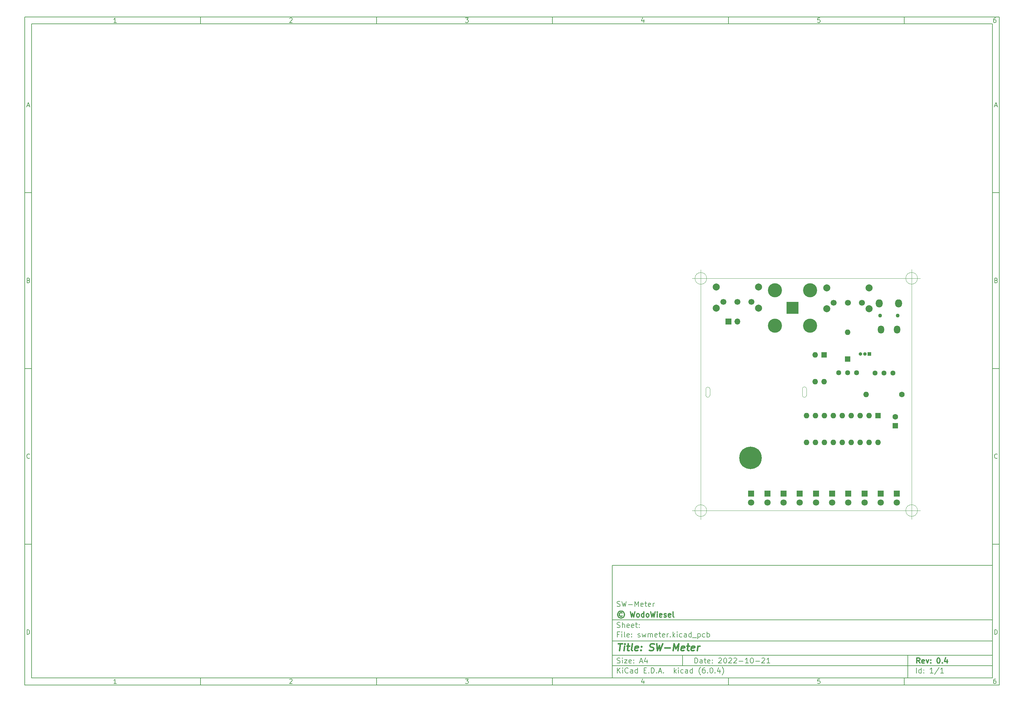
<source format=gbr>
%TF.GenerationSoftware,KiCad,Pcbnew,(6.0.4)*%
%TF.CreationDate,2022-12-16T22:00:08+01:00*%
%TF.ProjectId,swmeter,73776d65-7465-4722-9e6b-696361645f70,0.4*%
%TF.SameCoordinates,PXc0c6960PY8f71310*%
%TF.FileFunction,Soldermask,Top*%
%TF.FilePolarity,Negative*%
%FSLAX46Y46*%
G04 Gerber Fmt 4.6, Leading zero omitted, Abs format (unit mm)*
G04 Created by KiCad (PCBNEW (6.0.4)) date 2022-12-16 22:00:08*
%MOMM*%
%LPD*%
G01*
G04 APERTURE LIST*
%ADD10C,0.100000*%
%ADD11C,0.150000*%
%ADD12C,0.300000*%
%ADD13C,0.400000*%
%TA.AperFunction,Profile*%
%ADD14C,0.100000*%
%TD*%
%ADD15C,2.000000*%
%ADD16C,1.700000*%
%ADD17R,1.800000X1.800000*%
%ADD18C,1.800000*%
%ADD19C,1.100000*%
%ADD20O,1.800000X2.300000*%
%ADD21O,2.000000X2.300000*%
%ADD22C,1.440000*%
%ADD23R,1.000000X1.000000*%
%ADD24O,1.000000X1.000000*%
%ADD25C,0.800000*%
%ADD26C,6.400000*%
%ADD27R,1.600000X1.600000*%
%ADD28O,1.600000X1.600000*%
%ADD29C,1.600000*%
%ADD30R,3.500000X3.500000*%
%ADD31C,4.000000*%
%ADD32R,1.700000X1.700000*%
%ADD33O,1.700000X1.700000*%
G04 APERTURE END LIST*
D10*
D11*
X-25137800Y-15597200D02*
X-25137800Y-47597200D01*
X82862200Y-47597200D01*
X82862200Y-15597200D01*
X-25137800Y-15597200D01*
D10*
D11*
X-192140000Y140410000D02*
X-192140000Y-49597200D01*
X84862200Y-49597200D01*
X84862200Y140410000D01*
X-192140000Y140410000D01*
D10*
D11*
X-190140000Y138410000D02*
X-190140000Y-47597200D01*
X82862200Y-47597200D01*
X82862200Y138410000D01*
X-190140000Y138410000D01*
D10*
D11*
X-142140000Y138410000D02*
X-142140000Y140410000D01*
D10*
D11*
X-92140000Y138410000D02*
X-92140000Y140410000D01*
D10*
D11*
X-42140000Y138410000D02*
X-42140000Y140410000D01*
D10*
D11*
X7860000Y138410000D02*
X7860000Y140410000D01*
D10*
D11*
X57860000Y138410000D02*
X57860000Y140410000D01*
D10*
D11*
X-166074524Y138821905D02*
X-166817381Y138821905D01*
X-166445953Y138821905D02*
X-166445953Y140121905D01*
X-166569762Y139936191D01*
X-166693572Y139812381D01*
X-166817381Y139750477D01*
D10*
D11*
X-116817381Y139998096D02*
X-116755477Y140060000D01*
X-116631667Y140121905D01*
X-116322143Y140121905D01*
X-116198334Y140060000D01*
X-116136429Y139998096D01*
X-116074524Y139874286D01*
X-116074524Y139750477D01*
X-116136429Y139564762D01*
X-116879286Y138821905D01*
X-116074524Y138821905D01*
D10*
D11*
X-66879286Y140121905D02*
X-66074524Y140121905D01*
X-66507858Y139626667D01*
X-66322143Y139626667D01*
X-66198334Y139564762D01*
X-66136429Y139502858D01*
X-66074524Y139379048D01*
X-66074524Y139069524D01*
X-66136429Y138945715D01*
X-66198334Y138883810D01*
X-66322143Y138821905D01*
X-66693572Y138821905D01*
X-66817381Y138883810D01*
X-66879286Y138945715D01*
D10*
D11*
X-16198334Y139688572D02*
X-16198334Y138821905D01*
X-16507858Y140183810D02*
X-16817381Y139255239D01*
X-16012620Y139255239D01*
D10*
D11*
X33863571Y140121905D02*
X33244523Y140121905D01*
X33182619Y139502858D01*
X33244523Y139564762D01*
X33368333Y139626667D01*
X33677857Y139626667D01*
X33801666Y139564762D01*
X33863571Y139502858D01*
X33925476Y139379048D01*
X33925476Y139069524D01*
X33863571Y138945715D01*
X33801666Y138883810D01*
X33677857Y138821905D01*
X33368333Y138821905D01*
X33244523Y138883810D01*
X33182619Y138945715D01*
D10*
D11*
X83801666Y140121905D02*
X83554047Y140121905D01*
X83430238Y140060000D01*
X83368333Y139998096D01*
X83244523Y139812381D01*
X83182619Y139564762D01*
X83182619Y139069524D01*
X83244523Y138945715D01*
X83306428Y138883810D01*
X83430238Y138821905D01*
X83677857Y138821905D01*
X83801666Y138883810D01*
X83863571Y138945715D01*
X83925476Y139069524D01*
X83925476Y139379048D01*
X83863571Y139502858D01*
X83801666Y139564762D01*
X83677857Y139626667D01*
X83430238Y139626667D01*
X83306428Y139564762D01*
X83244523Y139502858D01*
X83182619Y139379048D01*
D10*
D11*
X-142140000Y-47597200D02*
X-142140000Y-49597200D01*
D10*
D11*
X-92140000Y-47597200D02*
X-92140000Y-49597200D01*
D10*
D11*
X-42140000Y-47597200D02*
X-42140000Y-49597200D01*
D10*
D11*
X7860000Y-47597200D02*
X7860000Y-49597200D01*
D10*
D11*
X57860000Y-47597200D02*
X57860000Y-49597200D01*
D10*
D11*
X-166074524Y-49185295D02*
X-166817381Y-49185295D01*
X-166445953Y-49185295D02*
X-166445953Y-47885295D01*
X-166569762Y-48071009D01*
X-166693572Y-48194819D01*
X-166817381Y-48256723D01*
D10*
D11*
X-116817381Y-48009104D02*
X-116755477Y-47947200D01*
X-116631667Y-47885295D01*
X-116322143Y-47885295D01*
X-116198334Y-47947200D01*
X-116136429Y-48009104D01*
X-116074524Y-48132914D01*
X-116074524Y-48256723D01*
X-116136429Y-48442438D01*
X-116879286Y-49185295D01*
X-116074524Y-49185295D01*
D10*
D11*
X-66879286Y-47885295D02*
X-66074524Y-47885295D01*
X-66507858Y-48380533D01*
X-66322143Y-48380533D01*
X-66198334Y-48442438D01*
X-66136429Y-48504342D01*
X-66074524Y-48628152D01*
X-66074524Y-48937676D01*
X-66136429Y-49061485D01*
X-66198334Y-49123390D01*
X-66322143Y-49185295D01*
X-66693572Y-49185295D01*
X-66817381Y-49123390D01*
X-66879286Y-49061485D01*
D10*
D11*
X-16198334Y-48318628D02*
X-16198334Y-49185295D01*
X-16507858Y-47823390D02*
X-16817381Y-48751961D01*
X-16012620Y-48751961D01*
D10*
D11*
X33863571Y-47885295D02*
X33244523Y-47885295D01*
X33182619Y-48504342D01*
X33244523Y-48442438D01*
X33368333Y-48380533D01*
X33677857Y-48380533D01*
X33801666Y-48442438D01*
X33863571Y-48504342D01*
X33925476Y-48628152D01*
X33925476Y-48937676D01*
X33863571Y-49061485D01*
X33801666Y-49123390D01*
X33677857Y-49185295D01*
X33368333Y-49185295D01*
X33244523Y-49123390D01*
X33182619Y-49061485D01*
D10*
D11*
X83801666Y-47885295D02*
X83554047Y-47885295D01*
X83430238Y-47947200D01*
X83368333Y-48009104D01*
X83244523Y-48194819D01*
X83182619Y-48442438D01*
X83182619Y-48937676D01*
X83244523Y-49061485D01*
X83306428Y-49123390D01*
X83430238Y-49185295D01*
X83677857Y-49185295D01*
X83801666Y-49123390D01*
X83863571Y-49061485D01*
X83925476Y-48937676D01*
X83925476Y-48628152D01*
X83863571Y-48504342D01*
X83801666Y-48442438D01*
X83677857Y-48380533D01*
X83430238Y-48380533D01*
X83306428Y-48442438D01*
X83244523Y-48504342D01*
X83182619Y-48628152D01*
D10*
D11*
X-192140000Y90410000D02*
X-190140000Y90410000D01*
D10*
D11*
X-192140000Y40410000D02*
X-190140000Y40410000D01*
D10*
D11*
X-192140000Y-9590000D02*
X-190140000Y-9590000D01*
D10*
D11*
X-191449524Y115193334D02*
X-190830477Y115193334D01*
X-191573334Y114821905D02*
X-191140000Y116121905D01*
X-190706667Y114821905D01*
D10*
D11*
X-191047143Y65502858D02*
X-190861429Y65440953D01*
X-190799524Y65379048D01*
X-190737620Y65255239D01*
X-190737620Y65069524D01*
X-190799524Y64945715D01*
X-190861429Y64883810D01*
X-190985239Y64821905D01*
X-191480477Y64821905D01*
X-191480477Y66121905D01*
X-191047143Y66121905D01*
X-190923334Y66060000D01*
X-190861429Y65998096D01*
X-190799524Y65874286D01*
X-190799524Y65750477D01*
X-190861429Y65626667D01*
X-190923334Y65564762D01*
X-191047143Y65502858D01*
X-191480477Y65502858D01*
D10*
D11*
X-190737620Y14945715D02*
X-190799524Y14883810D01*
X-190985239Y14821905D01*
X-191109048Y14821905D01*
X-191294762Y14883810D01*
X-191418572Y15007620D01*
X-191480477Y15131429D01*
X-191542381Y15379048D01*
X-191542381Y15564762D01*
X-191480477Y15812381D01*
X-191418572Y15936191D01*
X-191294762Y16060000D01*
X-191109048Y16121905D01*
X-190985239Y16121905D01*
X-190799524Y16060000D01*
X-190737620Y15998096D01*
D10*
D11*
X-191480477Y-35178095D02*
X-191480477Y-33878095D01*
X-191170953Y-33878095D01*
X-190985239Y-33940000D01*
X-190861429Y-34063809D01*
X-190799524Y-34187619D01*
X-190737620Y-34435238D01*
X-190737620Y-34620952D01*
X-190799524Y-34868571D01*
X-190861429Y-34992380D01*
X-190985239Y-35116190D01*
X-191170953Y-35178095D01*
X-191480477Y-35178095D01*
D10*
D11*
X84862200Y90410000D02*
X82862200Y90410000D01*
D10*
D11*
X84862200Y40410000D02*
X82862200Y40410000D01*
D10*
D11*
X84862200Y-9590000D02*
X82862200Y-9590000D01*
D10*
D11*
X83552676Y115193334D02*
X84171723Y115193334D01*
X83428866Y114821905D02*
X83862200Y116121905D01*
X84295533Y114821905D01*
D10*
D11*
X83955057Y65502858D02*
X84140771Y65440953D01*
X84202676Y65379048D01*
X84264580Y65255239D01*
X84264580Y65069524D01*
X84202676Y64945715D01*
X84140771Y64883810D01*
X84016961Y64821905D01*
X83521723Y64821905D01*
X83521723Y66121905D01*
X83955057Y66121905D01*
X84078866Y66060000D01*
X84140771Y65998096D01*
X84202676Y65874286D01*
X84202676Y65750477D01*
X84140771Y65626667D01*
X84078866Y65564762D01*
X83955057Y65502858D01*
X83521723Y65502858D01*
D10*
D11*
X84264580Y14945715D02*
X84202676Y14883810D01*
X84016961Y14821905D01*
X83893152Y14821905D01*
X83707438Y14883810D01*
X83583628Y15007620D01*
X83521723Y15131429D01*
X83459819Y15379048D01*
X83459819Y15564762D01*
X83521723Y15812381D01*
X83583628Y15936191D01*
X83707438Y16060000D01*
X83893152Y16121905D01*
X84016961Y16121905D01*
X84202676Y16060000D01*
X84264580Y15998096D01*
D10*
D11*
X83521723Y-35178095D02*
X83521723Y-33878095D01*
X83831247Y-33878095D01*
X84016961Y-33940000D01*
X84140771Y-34063809D01*
X84202676Y-34187619D01*
X84264580Y-34435238D01*
X84264580Y-34620952D01*
X84202676Y-34868571D01*
X84140771Y-34992380D01*
X84016961Y-35116190D01*
X83831247Y-35178095D01*
X83521723Y-35178095D01*
D10*
D11*
X-1705658Y-43375771D02*
X-1705658Y-41875771D01*
X-1348515Y-41875771D01*
X-1134229Y-41947200D01*
X-991372Y-42090057D01*
X-919943Y-42232914D01*
X-848515Y-42518628D01*
X-848515Y-42732914D01*
X-919943Y-43018628D01*
X-991372Y-43161485D01*
X-1134229Y-43304342D01*
X-1348515Y-43375771D01*
X-1705658Y-43375771D01*
X437200Y-43375771D02*
X437200Y-42590057D01*
X365771Y-42447200D01*
X222914Y-42375771D01*
X-62800Y-42375771D01*
X-205658Y-42447200D01*
X437200Y-43304342D02*
X294342Y-43375771D01*
X-62800Y-43375771D01*
X-205658Y-43304342D01*
X-277086Y-43161485D01*
X-277086Y-43018628D01*
X-205658Y-42875771D01*
X-62800Y-42804342D01*
X294342Y-42804342D01*
X437200Y-42732914D01*
X937200Y-42375771D02*
X1508628Y-42375771D01*
X1151485Y-41875771D02*
X1151485Y-43161485D01*
X1222914Y-43304342D01*
X1365771Y-43375771D01*
X1508628Y-43375771D01*
X2580057Y-43304342D02*
X2437200Y-43375771D01*
X2151485Y-43375771D01*
X2008628Y-43304342D01*
X1937200Y-43161485D01*
X1937200Y-42590057D01*
X2008628Y-42447200D01*
X2151485Y-42375771D01*
X2437200Y-42375771D01*
X2580057Y-42447200D01*
X2651485Y-42590057D01*
X2651485Y-42732914D01*
X1937200Y-42875771D01*
X3294342Y-43232914D02*
X3365771Y-43304342D01*
X3294342Y-43375771D01*
X3222914Y-43304342D01*
X3294342Y-43232914D01*
X3294342Y-43375771D01*
X3294342Y-42447200D02*
X3365771Y-42518628D01*
X3294342Y-42590057D01*
X3222914Y-42518628D01*
X3294342Y-42447200D01*
X3294342Y-42590057D01*
X5080057Y-42018628D02*
X5151485Y-41947200D01*
X5294342Y-41875771D01*
X5651485Y-41875771D01*
X5794342Y-41947200D01*
X5865771Y-42018628D01*
X5937200Y-42161485D01*
X5937200Y-42304342D01*
X5865771Y-42518628D01*
X5008628Y-43375771D01*
X5937200Y-43375771D01*
X6865771Y-41875771D02*
X7008628Y-41875771D01*
X7151485Y-41947200D01*
X7222914Y-42018628D01*
X7294342Y-42161485D01*
X7365771Y-42447200D01*
X7365771Y-42804342D01*
X7294342Y-43090057D01*
X7222914Y-43232914D01*
X7151485Y-43304342D01*
X7008628Y-43375771D01*
X6865771Y-43375771D01*
X6722914Y-43304342D01*
X6651485Y-43232914D01*
X6580057Y-43090057D01*
X6508628Y-42804342D01*
X6508628Y-42447200D01*
X6580057Y-42161485D01*
X6651485Y-42018628D01*
X6722914Y-41947200D01*
X6865771Y-41875771D01*
X7937200Y-42018628D02*
X8008628Y-41947200D01*
X8151485Y-41875771D01*
X8508628Y-41875771D01*
X8651485Y-41947200D01*
X8722914Y-42018628D01*
X8794342Y-42161485D01*
X8794342Y-42304342D01*
X8722914Y-42518628D01*
X7865771Y-43375771D01*
X8794342Y-43375771D01*
X9365771Y-42018628D02*
X9437200Y-41947200D01*
X9580057Y-41875771D01*
X9937200Y-41875771D01*
X10080057Y-41947200D01*
X10151485Y-42018628D01*
X10222914Y-42161485D01*
X10222914Y-42304342D01*
X10151485Y-42518628D01*
X9294342Y-43375771D01*
X10222914Y-43375771D01*
X10865771Y-42804342D02*
X12008628Y-42804342D01*
X13508628Y-43375771D02*
X12651485Y-43375771D01*
X13080057Y-43375771D02*
X13080057Y-41875771D01*
X12937200Y-42090057D01*
X12794342Y-42232914D01*
X12651485Y-42304342D01*
X14437200Y-41875771D02*
X14580057Y-41875771D01*
X14722914Y-41947200D01*
X14794342Y-42018628D01*
X14865771Y-42161485D01*
X14937200Y-42447200D01*
X14937200Y-42804342D01*
X14865771Y-43090057D01*
X14794342Y-43232914D01*
X14722914Y-43304342D01*
X14580057Y-43375771D01*
X14437200Y-43375771D01*
X14294342Y-43304342D01*
X14222914Y-43232914D01*
X14151485Y-43090057D01*
X14080057Y-42804342D01*
X14080057Y-42447200D01*
X14151485Y-42161485D01*
X14222914Y-42018628D01*
X14294342Y-41947200D01*
X14437200Y-41875771D01*
X15580057Y-42804342D02*
X16722914Y-42804342D01*
X17365771Y-42018628D02*
X17437200Y-41947200D01*
X17580057Y-41875771D01*
X17937200Y-41875771D01*
X18080057Y-41947200D01*
X18151485Y-42018628D01*
X18222914Y-42161485D01*
X18222914Y-42304342D01*
X18151485Y-42518628D01*
X17294342Y-43375771D01*
X18222914Y-43375771D01*
X19651485Y-43375771D02*
X18794342Y-43375771D01*
X19222914Y-43375771D02*
X19222914Y-41875771D01*
X19080057Y-42090057D01*
X18937200Y-42232914D01*
X18794342Y-42304342D01*
D10*
D11*
X-25137800Y-44097200D02*
X82862200Y-44097200D01*
D10*
D11*
X-23705658Y-46175771D02*
X-23705658Y-44675771D01*
X-22848515Y-46175771D02*
X-23491372Y-45318628D01*
X-22848515Y-44675771D02*
X-23705658Y-45532914D01*
X-22205658Y-46175771D02*
X-22205658Y-45175771D01*
X-22205658Y-44675771D02*
X-22277086Y-44747200D01*
X-22205658Y-44818628D01*
X-22134229Y-44747200D01*
X-22205658Y-44675771D01*
X-22205658Y-44818628D01*
X-20634229Y-46032914D02*
X-20705658Y-46104342D01*
X-20919943Y-46175771D01*
X-21062800Y-46175771D01*
X-21277086Y-46104342D01*
X-21419943Y-45961485D01*
X-21491372Y-45818628D01*
X-21562800Y-45532914D01*
X-21562800Y-45318628D01*
X-21491372Y-45032914D01*
X-21419943Y-44890057D01*
X-21277086Y-44747200D01*
X-21062800Y-44675771D01*
X-20919943Y-44675771D01*
X-20705658Y-44747200D01*
X-20634229Y-44818628D01*
X-19348515Y-46175771D02*
X-19348515Y-45390057D01*
X-19419943Y-45247200D01*
X-19562800Y-45175771D01*
X-19848515Y-45175771D01*
X-19991372Y-45247200D01*
X-19348515Y-46104342D02*
X-19491372Y-46175771D01*
X-19848515Y-46175771D01*
X-19991372Y-46104342D01*
X-20062800Y-45961485D01*
X-20062800Y-45818628D01*
X-19991372Y-45675771D01*
X-19848515Y-45604342D01*
X-19491372Y-45604342D01*
X-19348515Y-45532914D01*
X-17991372Y-46175771D02*
X-17991372Y-44675771D01*
X-17991372Y-46104342D02*
X-18134229Y-46175771D01*
X-18419943Y-46175771D01*
X-18562800Y-46104342D01*
X-18634229Y-46032914D01*
X-18705658Y-45890057D01*
X-18705658Y-45461485D01*
X-18634229Y-45318628D01*
X-18562800Y-45247200D01*
X-18419943Y-45175771D01*
X-18134229Y-45175771D01*
X-17991372Y-45247200D01*
X-16134229Y-45390057D02*
X-15634229Y-45390057D01*
X-15419943Y-46175771D02*
X-16134229Y-46175771D01*
X-16134229Y-44675771D01*
X-15419943Y-44675771D01*
X-14777086Y-46032914D02*
X-14705658Y-46104342D01*
X-14777086Y-46175771D01*
X-14848515Y-46104342D01*
X-14777086Y-46032914D01*
X-14777086Y-46175771D01*
X-14062800Y-46175771D02*
X-14062800Y-44675771D01*
X-13705658Y-44675771D01*
X-13491372Y-44747200D01*
X-13348515Y-44890057D01*
X-13277086Y-45032914D01*
X-13205658Y-45318628D01*
X-13205658Y-45532914D01*
X-13277086Y-45818628D01*
X-13348515Y-45961485D01*
X-13491372Y-46104342D01*
X-13705658Y-46175771D01*
X-14062800Y-46175771D01*
X-12562800Y-46032914D02*
X-12491372Y-46104342D01*
X-12562800Y-46175771D01*
X-12634229Y-46104342D01*
X-12562800Y-46032914D01*
X-12562800Y-46175771D01*
X-11919943Y-45747200D02*
X-11205658Y-45747200D01*
X-12062800Y-46175771D02*
X-11562800Y-44675771D01*
X-11062800Y-46175771D01*
X-10562800Y-46032914D02*
X-10491372Y-46104342D01*
X-10562800Y-46175771D01*
X-10634229Y-46104342D01*
X-10562800Y-46032914D01*
X-10562800Y-46175771D01*
X-7562800Y-46175771D02*
X-7562800Y-44675771D01*
X-7419943Y-45604342D02*
X-6991372Y-46175771D01*
X-6991372Y-45175771D02*
X-7562800Y-45747200D01*
X-6348515Y-46175771D02*
X-6348515Y-45175771D01*
X-6348515Y-44675771D02*
X-6419943Y-44747200D01*
X-6348515Y-44818628D01*
X-6277086Y-44747200D01*
X-6348515Y-44675771D01*
X-6348515Y-44818628D01*
X-4991372Y-46104342D02*
X-5134229Y-46175771D01*
X-5419943Y-46175771D01*
X-5562800Y-46104342D01*
X-5634229Y-46032914D01*
X-5705658Y-45890057D01*
X-5705658Y-45461485D01*
X-5634229Y-45318628D01*
X-5562800Y-45247200D01*
X-5419943Y-45175771D01*
X-5134229Y-45175771D01*
X-4991372Y-45247200D01*
X-3705658Y-46175771D02*
X-3705658Y-45390057D01*
X-3777086Y-45247200D01*
X-3919943Y-45175771D01*
X-4205658Y-45175771D01*
X-4348515Y-45247200D01*
X-3705658Y-46104342D02*
X-3848515Y-46175771D01*
X-4205658Y-46175771D01*
X-4348515Y-46104342D01*
X-4419943Y-45961485D01*
X-4419943Y-45818628D01*
X-4348515Y-45675771D01*
X-4205658Y-45604342D01*
X-3848515Y-45604342D01*
X-3705658Y-45532914D01*
X-2348515Y-46175771D02*
X-2348515Y-44675771D01*
X-2348515Y-46104342D02*
X-2491372Y-46175771D01*
X-2777086Y-46175771D01*
X-2919943Y-46104342D01*
X-2991372Y-46032914D01*
X-3062800Y-45890057D01*
X-3062800Y-45461485D01*
X-2991372Y-45318628D01*
X-2919943Y-45247200D01*
X-2777086Y-45175771D01*
X-2491372Y-45175771D01*
X-2348515Y-45247200D01*
X-62800Y-46747200D02*
X-134229Y-46675771D01*
X-277086Y-46461485D01*
X-348515Y-46318628D01*
X-419943Y-46104342D01*
X-491372Y-45747200D01*
X-491372Y-45461485D01*
X-419943Y-45104342D01*
X-348515Y-44890057D01*
X-277086Y-44747200D01*
X-134229Y-44532914D01*
X-62800Y-44461485D01*
X1151485Y-44675771D02*
X865771Y-44675771D01*
X722914Y-44747200D01*
X651485Y-44818628D01*
X508628Y-45032914D01*
X437200Y-45318628D01*
X437200Y-45890057D01*
X508628Y-46032914D01*
X580057Y-46104342D01*
X722914Y-46175771D01*
X1008628Y-46175771D01*
X1151485Y-46104342D01*
X1222914Y-46032914D01*
X1294342Y-45890057D01*
X1294342Y-45532914D01*
X1222914Y-45390057D01*
X1151485Y-45318628D01*
X1008628Y-45247200D01*
X722914Y-45247200D01*
X580057Y-45318628D01*
X508628Y-45390057D01*
X437200Y-45532914D01*
X1937200Y-46032914D02*
X2008628Y-46104342D01*
X1937200Y-46175771D01*
X1865771Y-46104342D01*
X1937200Y-46032914D01*
X1937200Y-46175771D01*
X2937200Y-44675771D02*
X3080057Y-44675771D01*
X3222914Y-44747200D01*
X3294342Y-44818628D01*
X3365771Y-44961485D01*
X3437200Y-45247200D01*
X3437200Y-45604342D01*
X3365771Y-45890057D01*
X3294342Y-46032914D01*
X3222914Y-46104342D01*
X3080057Y-46175771D01*
X2937200Y-46175771D01*
X2794342Y-46104342D01*
X2722914Y-46032914D01*
X2651485Y-45890057D01*
X2580057Y-45604342D01*
X2580057Y-45247200D01*
X2651485Y-44961485D01*
X2722914Y-44818628D01*
X2794342Y-44747200D01*
X2937200Y-44675771D01*
X4080057Y-46032914D02*
X4151485Y-46104342D01*
X4080057Y-46175771D01*
X4008628Y-46104342D01*
X4080057Y-46032914D01*
X4080057Y-46175771D01*
X5437200Y-45175771D02*
X5437200Y-46175771D01*
X5080057Y-44604342D02*
X4722914Y-45675771D01*
X5651485Y-45675771D01*
X6080057Y-46747200D02*
X6151485Y-46675771D01*
X6294342Y-46461485D01*
X6365771Y-46318628D01*
X6437200Y-46104342D01*
X6508628Y-45747200D01*
X6508628Y-45461485D01*
X6437200Y-45104342D01*
X6365771Y-44890057D01*
X6294342Y-44747200D01*
X6151485Y-44532914D01*
X6080057Y-44461485D01*
D10*
D11*
X-25137800Y-41097200D02*
X82862200Y-41097200D01*
D10*
D12*
X62271485Y-43375771D02*
X61771485Y-42661485D01*
X61414342Y-43375771D02*
X61414342Y-41875771D01*
X61985771Y-41875771D01*
X62128628Y-41947200D01*
X62200057Y-42018628D01*
X62271485Y-42161485D01*
X62271485Y-42375771D01*
X62200057Y-42518628D01*
X62128628Y-42590057D01*
X61985771Y-42661485D01*
X61414342Y-42661485D01*
X63485771Y-43304342D02*
X63342914Y-43375771D01*
X63057200Y-43375771D01*
X62914342Y-43304342D01*
X62842914Y-43161485D01*
X62842914Y-42590057D01*
X62914342Y-42447200D01*
X63057200Y-42375771D01*
X63342914Y-42375771D01*
X63485771Y-42447200D01*
X63557200Y-42590057D01*
X63557200Y-42732914D01*
X62842914Y-42875771D01*
X64057200Y-42375771D02*
X64414342Y-43375771D01*
X64771485Y-42375771D01*
X65342914Y-43232914D02*
X65414342Y-43304342D01*
X65342914Y-43375771D01*
X65271485Y-43304342D01*
X65342914Y-43232914D01*
X65342914Y-43375771D01*
X65342914Y-42447200D02*
X65414342Y-42518628D01*
X65342914Y-42590057D01*
X65271485Y-42518628D01*
X65342914Y-42447200D01*
X65342914Y-42590057D01*
X67485771Y-41875771D02*
X67628628Y-41875771D01*
X67771485Y-41947200D01*
X67842914Y-42018628D01*
X67914342Y-42161485D01*
X67985771Y-42447200D01*
X67985771Y-42804342D01*
X67914342Y-43090057D01*
X67842914Y-43232914D01*
X67771485Y-43304342D01*
X67628628Y-43375771D01*
X67485771Y-43375771D01*
X67342914Y-43304342D01*
X67271485Y-43232914D01*
X67200057Y-43090057D01*
X67128628Y-42804342D01*
X67128628Y-42447200D01*
X67200057Y-42161485D01*
X67271485Y-42018628D01*
X67342914Y-41947200D01*
X67485771Y-41875771D01*
X68628628Y-43232914D02*
X68700057Y-43304342D01*
X68628628Y-43375771D01*
X68557200Y-43304342D01*
X68628628Y-43232914D01*
X68628628Y-43375771D01*
X69985771Y-42375771D02*
X69985771Y-43375771D01*
X69628628Y-41804342D02*
X69271485Y-42875771D01*
X70200057Y-42875771D01*
D10*
D11*
X-23777086Y-43304342D02*
X-23562800Y-43375771D01*
X-23205658Y-43375771D01*
X-23062800Y-43304342D01*
X-22991372Y-43232914D01*
X-22919943Y-43090057D01*
X-22919943Y-42947200D01*
X-22991372Y-42804342D01*
X-23062800Y-42732914D01*
X-23205658Y-42661485D01*
X-23491372Y-42590057D01*
X-23634229Y-42518628D01*
X-23705658Y-42447200D01*
X-23777086Y-42304342D01*
X-23777086Y-42161485D01*
X-23705658Y-42018628D01*
X-23634229Y-41947200D01*
X-23491372Y-41875771D01*
X-23134229Y-41875771D01*
X-22919943Y-41947200D01*
X-22277086Y-43375771D02*
X-22277086Y-42375771D01*
X-22277086Y-41875771D02*
X-22348515Y-41947200D01*
X-22277086Y-42018628D01*
X-22205658Y-41947200D01*
X-22277086Y-41875771D01*
X-22277086Y-42018628D01*
X-21705658Y-42375771D02*
X-20919943Y-42375771D01*
X-21705658Y-43375771D01*
X-20919943Y-43375771D01*
X-19777086Y-43304342D02*
X-19919943Y-43375771D01*
X-20205658Y-43375771D01*
X-20348515Y-43304342D01*
X-20419943Y-43161485D01*
X-20419943Y-42590057D01*
X-20348515Y-42447200D01*
X-20205658Y-42375771D01*
X-19919943Y-42375771D01*
X-19777086Y-42447200D01*
X-19705658Y-42590057D01*
X-19705658Y-42732914D01*
X-20419943Y-42875771D01*
X-19062800Y-43232914D02*
X-18991372Y-43304342D01*
X-19062800Y-43375771D01*
X-19134229Y-43304342D01*
X-19062800Y-43232914D01*
X-19062800Y-43375771D01*
X-19062800Y-42447200D02*
X-18991372Y-42518628D01*
X-19062800Y-42590057D01*
X-19134229Y-42518628D01*
X-19062800Y-42447200D01*
X-19062800Y-42590057D01*
X-17277086Y-42947200D02*
X-16562800Y-42947200D01*
X-17419943Y-43375771D02*
X-16919943Y-41875771D01*
X-16419943Y-43375771D01*
X-15277086Y-42375771D02*
X-15277086Y-43375771D01*
X-15634229Y-41804342D02*
X-15991372Y-42875771D01*
X-15062800Y-42875771D01*
D10*
D11*
X61294342Y-46175771D02*
X61294342Y-44675771D01*
X62651485Y-46175771D02*
X62651485Y-44675771D01*
X62651485Y-46104342D02*
X62508628Y-46175771D01*
X62222914Y-46175771D01*
X62080057Y-46104342D01*
X62008628Y-46032914D01*
X61937200Y-45890057D01*
X61937200Y-45461485D01*
X62008628Y-45318628D01*
X62080057Y-45247200D01*
X62222914Y-45175771D01*
X62508628Y-45175771D01*
X62651485Y-45247200D01*
X63365771Y-46032914D02*
X63437200Y-46104342D01*
X63365771Y-46175771D01*
X63294342Y-46104342D01*
X63365771Y-46032914D01*
X63365771Y-46175771D01*
X63365771Y-45247200D02*
X63437200Y-45318628D01*
X63365771Y-45390057D01*
X63294342Y-45318628D01*
X63365771Y-45247200D01*
X63365771Y-45390057D01*
X66008628Y-46175771D02*
X65151485Y-46175771D01*
X65580057Y-46175771D02*
X65580057Y-44675771D01*
X65437200Y-44890057D01*
X65294342Y-45032914D01*
X65151485Y-45104342D01*
X67722914Y-44604342D02*
X66437200Y-46532914D01*
X69008628Y-46175771D02*
X68151485Y-46175771D01*
X68580057Y-46175771D02*
X68580057Y-44675771D01*
X68437200Y-44890057D01*
X68294342Y-45032914D01*
X68151485Y-45104342D01*
D10*
D11*
X-25137800Y-37097200D02*
X82862200Y-37097200D01*
D10*
D13*
X-23425420Y-37801961D02*
X-22282562Y-37801961D01*
X-23103991Y-39801961D02*
X-22853991Y-37801961D01*
X-21865896Y-39801961D02*
X-21699229Y-38468628D01*
X-21615896Y-37801961D02*
X-21723039Y-37897200D01*
X-21639705Y-37992438D01*
X-21532562Y-37897200D01*
X-21615896Y-37801961D01*
X-21639705Y-37992438D01*
X-21032562Y-38468628D02*
X-20270658Y-38468628D01*
X-20663515Y-37801961D02*
X-20877800Y-39516247D01*
X-20806372Y-39706723D01*
X-20627800Y-39801961D01*
X-20437324Y-39801961D01*
X-19484943Y-39801961D02*
X-19663515Y-39706723D01*
X-19734943Y-39516247D01*
X-19520658Y-37801961D01*
X-17949229Y-39706723D02*
X-18151610Y-39801961D01*
X-18532562Y-39801961D01*
X-18711134Y-39706723D01*
X-18782562Y-39516247D01*
X-18687324Y-38754342D01*
X-18568277Y-38563866D01*
X-18365896Y-38468628D01*
X-17984943Y-38468628D01*
X-17806372Y-38563866D01*
X-17734943Y-38754342D01*
X-17758753Y-38944819D01*
X-18734943Y-39135295D01*
X-16984943Y-39611485D02*
X-16901610Y-39706723D01*
X-17008753Y-39801961D01*
X-17092086Y-39706723D01*
X-16984943Y-39611485D01*
X-17008753Y-39801961D01*
X-16853991Y-38563866D02*
X-16770658Y-38659104D01*
X-16877800Y-38754342D01*
X-16961134Y-38659104D01*
X-16853991Y-38563866D01*
X-16877800Y-38754342D01*
X-14615896Y-39706723D02*
X-14342086Y-39801961D01*
X-13865896Y-39801961D01*
X-13663515Y-39706723D01*
X-13556372Y-39611485D01*
X-13437324Y-39421009D01*
X-13413515Y-39230533D01*
X-13484943Y-39040057D01*
X-13568277Y-38944819D01*
X-13746848Y-38849580D01*
X-14115896Y-38754342D01*
X-14294467Y-38659104D01*
X-14377800Y-38563866D01*
X-14449229Y-38373390D01*
X-14425420Y-38182914D01*
X-14306372Y-37992438D01*
X-14199229Y-37897200D01*
X-13996848Y-37801961D01*
X-13520658Y-37801961D01*
X-13246848Y-37897200D01*
X-12568277Y-37801961D02*
X-12342086Y-39801961D01*
X-11782562Y-38373390D01*
X-11580181Y-39801961D01*
X-10853991Y-37801961D01*
X-10246848Y-39040057D02*
X-8723039Y-39040057D01*
X-7865896Y-39801961D02*
X-7615896Y-37801961D01*
X-7127800Y-39230533D01*
X-6282562Y-37801961D01*
X-6532562Y-39801961D01*
X-4806372Y-39706723D02*
X-5008753Y-39801961D01*
X-5389705Y-39801961D01*
X-5568277Y-39706723D01*
X-5639705Y-39516247D01*
X-5544467Y-38754342D01*
X-5425420Y-38563866D01*
X-5223039Y-38468628D01*
X-4842086Y-38468628D01*
X-4663515Y-38563866D01*
X-4592086Y-38754342D01*
X-4615896Y-38944819D01*
X-5592086Y-39135295D01*
X-3984943Y-38468628D02*
X-3223039Y-38468628D01*
X-3615896Y-37801961D02*
X-3830181Y-39516247D01*
X-3758753Y-39706723D01*
X-3580181Y-39801961D01*
X-3389705Y-39801961D01*
X-1949229Y-39706723D02*
X-2151610Y-39801961D01*
X-2532562Y-39801961D01*
X-2711134Y-39706723D01*
X-2782562Y-39516247D01*
X-2687324Y-38754342D01*
X-2568277Y-38563866D01*
X-2365896Y-38468628D01*
X-1984943Y-38468628D01*
X-1806372Y-38563866D01*
X-1734943Y-38754342D01*
X-1758753Y-38944819D01*
X-2734943Y-39135295D01*
X-1008753Y-39801961D02*
X-842086Y-38468628D01*
X-889705Y-38849580D02*
X-770658Y-38659104D01*
X-663515Y-38563866D01*
X-461134Y-38468628D01*
X-270658Y-38468628D01*
D10*
D11*
X-23205658Y-35190057D02*
X-23705658Y-35190057D01*
X-23705658Y-35975771D02*
X-23705658Y-34475771D01*
X-22991372Y-34475771D01*
X-22419943Y-35975771D02*
X-22419943Y-34975771D01*
X-22419943Y-34475771D02*
X-22491372Y-34547200D01*
X-22419943Y-34618628D01*
X-22348515Y-34547200D01*
X-22419943Y-34475771D01*
X-22419943Y-34618628D01*
X-21491372Y-35975771D02*
X-21634229Y-35904342D01*
X-21705658Y-35761485D01*
X-21705658Y-34475771D01*
X-20348515Y-35904342D02*
X-20491372Y-35975771D01*
X-20777086Y-35975771D01*
X-20919943Y-35904342D01*
X-20991372Y-35761485D01*
X-20991372Y-35190057D01*
X-20919943Y-35047200D01*
X-20777086Y-34975771D01*
X-20491372Y-34975771D01*
X-20348515Y-35047200D01*
X-20277086Y-35190057D01*
X-20277086Y-35332914D01*
X-20991372Y-35475771D01*
X-19634229Y-35832914D02*
X-19562800Y-35904342D01*
X-19634229Y-35975771D01*
X-19705658Y-35904342D01*
X-19634229Y-35832914D01*
X-19634229Y-35975771D01*
X-19634229Y-35047200D02*
X-19562800Y-35118628D01*
X-19634229Y-35190057D01*
X-19705658Y-35118628D01*
X-19634229Y-35047200D01*
X-19634229Y-35190057D01*
X-17848515Y-35904342D02*
X-17705658Y-35975771D01*
X-17419943Y-35975771D01*
X-17277086Y-35904342D01*
X-17205658Y-35761485D01*
X-17205658Y-35690057D01*
X-17277086Y-35547200D01*
X-17419943Y-35475771D01*
X-17634229Y-35475771D01*
X-17777086Y-35404342D01*
X-17848515Y-35261485D01*
X-17848515Y-35190057D01*
X-17777086Y-35047200D01*
X-17634229Y-34975771D01*
X-17419943Y-34975771D01*
X-17277086Y-35047200D01*
X-16705658Y-34975771D02*
X-16419943Y-35975771D01*
X-16134229Y-35261485D01*
X-15848515Y-35975771D01*
X-15562800Y-34975771D01*
X-14991372Y-35975771D02*
X-14991372Y-34975771D01*
X-14991372Y-35118628D02*
X-14919943Y-35047200D01*
X-14777086Y-34975771D01*
X-14562800Y-34975771D01*
X-14419943Y-35047200D01*
X-14348515Y-35190057D01*
X-14348515Y-35975771D01*
X-14348515Y-35190057D02*
X-14277086Y-35047200D01*
X-14134229Y-34975771D01*
X-13919943Y-34975771D01*
X-13777086Y-35047200D01*
X-13705658Y-35190057D01*
X-13705658Y-35975771D01*
X-12419943Y-35904342D02*
X-12562800Y-35975771D01*
X-12848515Y-35975771D01*
X-12991372Y-35904342D01*
X-13062800Y-35761485D01*
X-13062800Y-35190057D01*
X-12991372Y-35047200D01*
X-12848515Y-34975771D01*
X-12562800Y-34975771D01*
X-12419943Y-35047200D01*
X-12348515Y-35190057D01*
X-12348515Y-35332914D01*
X-13062800Y-35475771D01*
X-11919943Y-34975771D02*
X-11348515Y-34975771D01*
X-11705658Y-34475771D02*
X-11705658Y-35761485D01*
X-11634229Y-35904342D01*
X-11491372Y-35975771D01*
X-11348515Y-35975771D01*
X-10277086Y-35904342D02*
X-10419943Y-35975771D01*
X-10705658Y-35975771D01*
X-10848515Y-35904342D01*
X-10919943Y-35761485D01*
X-10919943Y-35190057D01*
X-10848515Y-35047200D01*
X-10705658Y-34975771D01*
X-10419943Y-34975771D01*
X-10277086Y-35047200D01*
X-10205658Y-35190057D01*
X-10205658Y-35332914D01*
X-10919943Y-35475771D01*
X-9562800Y-35975771D02*
X-9562800Y-34975771D01*
X-9562800Y-35261485D02*
X-9491372Y-35118628D01*
X-9419943Y-35047200D01*
X-9277086Y-34975771D01*
X-9134229Y-34975771D01*
X-8634229Y-35832914D02*
X-8562800Y-35904342D01*
X-8634229Y-35975771D01*
X-8705658Y-35904342D01*
X-8634229Y-35832914D01*
X-8634229Y-35975771D01*
X-7919943Y-35975771D02*
X-7919943Y-34475771D01*
X-7777086Y-35404342D02*
X-7348515Y-35975771D01*
X-7348515Y-34975771D02*
X-7919943Y-35547200D01*
X-6705658Y-35975771D02*
X-6705658Y-34975771D01*
X-6705658Y-34475771D02*
X-6777086Y-34547200D01*
X-6705658Y-34618628D01*
X-6634229Y-34547200D01*
X-6705658Y-34475771D01*
X-6705658Y-34618628D01*
X-5348515Y-35904342D02*
X-5491372Y-35975771D01*
X-5777086Y-35975771D01*
X-5919943Y-35904342D01*
X-5991372Y-35832914D01*
X-6062800Y-35690057D01*
X-6062800Y-35261485D01*
X-5991372Y-35118628D01*
X-5919943Y-35047200D01*
X-5777086Y-34975771D01*
X-5491372Y-34975771D01*
X-5348515Y-35047200D01*
X-4062800Y-35975771D02*
X-4062800Y-35190057D01*
X-4134229Y-35047200D01*
X-4277086Y-34975771D01*
X-4562800Y-34975771D01*
X-4705658Y-35047200D01*
X-4062800Y-35904342D02*
X-4205658Y-35975771D01*
X-4562800Y-35975771D01*
X-4705658Y-35904342D01*
X-4777086Y-35761485D01*
X-4777086Y-35618628D01*
X-4705658Y-35475771D01*
X-4562800Y-35404342D01*
X-4205658Y-35404342D01*
X-4062800Y-35332914D01*
X-2705658Y-35975771D02*
X-2705658Y-34475771D01*
X-2705658Y-35904342D02*
X-2848515Y-35975771D01*
X-3134229Y-35975771D01*
X-3277086Y-35904342D01*
X-3348515Y-35832914D01*
X-3419943Y-35690057D01*
X-3419943Y-35261485D01*
X-3348515Y-35118628D01*
X-3277086Y-35047200D01*
X-3134229Y-34975771D01*
X-2848515Y-34975771D01*
X-2705658Y-35047200D01*
X-2348515Y-36118628D02*
X-1205658Y-36118628D01*
X-848515Y-34975771D02*
X-848515Y-36475771D01*
X-848515Y-35047200D02*
X-705658Y-34975771D01*
X-419943Y-34975771D01*
X-277086Y-35047200D01*
X-205658Y-35118628D01*
X-134229Y-35261485D01*
X-134229Y-35690057D01*
X-205658Y-35832914D01*
X-277086Y-35904342D01*
X-419943Y-35975771D01*
X-705658Y-35975771D01*
X-848515Y-35904342D01*
X1151485Y-35904342D02*
X1008628Y-35975771D01*
X722914Y-35975771D01*
X580057Y-35904342D01*
X508628Y-35832914D01*
X437200Y-35690057D01*
X437200Y-35261485D01*
X508628Y-35118628D01*
X580057Y-35047200D01*
X722914Y-34975771D01*
X1008628Y-34975771D01*
X1151485Y-35047200D01*
X1794342Y-35975771D02*
X1794342Y-34475771D01*
X1794342Y-35047200D02*
X1937200Y-34975771D01*
X2222914Y-34975771D01*
X2365771Y-35047200D01*
X2437200Y-35118628D01*
X2508628Y-35261485D01*
X2508628Y-35690057D01*
X2437200Y-35832914D01*
X2365771Y-35904342D01*
X2222914Y-35975771D01*
X1937200Y-35975771D01*
X1794342Y-35904342D01*
D10*
D11*
X-25137800Y-31097200D02*
X82862200Y-31097200D01*
D10*
D11*
X-23777086Y-33204342D02*
X-23562800Y-33275771D01*
X-23205658Y-33275771D01*
X-23062800Y-33204342D01*
X-22991372Y-33132914D01*
X-22919943Y-32990057D01*
X-22919943Y-32847200D01*
X-22991372Y-32704342D01*
X-23062800Y-32632914D01*
X-23205658Y-32561485D01*
X-23491372Y-32490057D01*
X-23634229Y-32418628D01*
X-23705658Y-32347200D01*
X-23777086Y-32204342D01*
X-23777086Y-32061485D01*
X-23705658Y-31918628D01*
X-23634229Y-31847200D01*
X-23491372Y-31775771D01*
X-23134229Y-31775771D01*
X-22919943Y-31847200D01*
X-22277086Y-33275771D02*
X-22277086Y-31775771D01*
X-21634229Y-33275771D02*
X-21634229Y-32490057D01*
X-21705658Y-32347200D01*
X-21848515Y-32275771D01*
X-22062800Y-32275771D01*
X-22205658Y-32347200D01*
X-22277086Y-32418628D01*
X-20348515Y-33204342D02*
X-20491372Y-33275771D01*
X-20777086Y-33275771D01*
X-20919943Y-33204342D01*
X-20991372Y-33061485D01*
X-20991372Y-32490057D01*
X-20919943Y-32347200D01*
X-20777086Y-32275771D01*
X-20491372Y-32275771D01*
X-20348515Y-32347200D01*
X-20277086Y-32490057D01*
X-20277086Y-32632914D01*
X-20991372Y-32775771D01*
X-19062800Y-33204342D02*
X-19205658Y-33275771D01*
X-19491372Y-33275771D01*
X-19634229Y-33204342D01*
X-19705658Y-33061485D01*
X-19705658Y-32490057D01*
X-19634229Y-32347200D01*
X-19491372Y-32275771D01*
X-19205658Y-32275771D01*
X-19062800Y-32347200D01*
X-18991372Y-32490057D01*
X-18991372Y-32632914D01*
X-19705658Y-32775771D01*
X-18562800Y-32275771D02*
X-17991372Y-32275771D01*
X-18348515Y-31775771D02*
X-18348515Y-33061485D01*
X-18277086Y-33204342D01*
X-18134229Y-33275771D01*
X-17991372Y-33275771D01*
X-17491372Y-33132914D02*
X-17419943Y-33204342D01*
X-17491372Y-33275771D01*
X-17562800Y-33204342D01*
X-17491372Y-33132914D01*
X-17491372Y-33275771D01*
X-17491372Y-32347200D02*
X-17419943Y-32418628D01*
X-17491372Y-32490057D01*
X-17562800Y-32418628D01*
X-17491372Y-32347200D01*
X-17491372Y-32490057D01*
D10*
D12*
X-22371372Y-29132914D02*
X-22514229Y-29061485D01*
X-22799943Y-29061485D01*
X-22942800Y-29132914D01*
X-23085658Y-29275771D01*
X-23157086Y-29418628D01*
X-23157086Y-29704342D01*
X-23085658Y-29847200D01*
X-22942800Y-29990057D01*
X-22799943Y-30061485D01*
X-22514229Y-30061485D01*
X-22371372Y-29990057D01*
X-22657086Y-28561485D02*
X-23014229Y-28632914D01*
X-23371372Y-28847200D01*
X-23585658Y-29204342D01*
X-23657086Y-29561485D01*
X-23585658Y-29918628D01*
X-23371372Y-30275771D01*
X-23014229Y-30490057D01*
X-22657086Y-30561485D01*
X-22299943Y-30490057D01*
X-21942800Y-30275771D01*
X-21728515Y-29918628D01*
X-21657086Y-29561485D01*
X-21728515Y-29204342D01*
X-21942800Y-28847200D01*
X-22299943Y-28632914D01*
X-22657086Y-28561485D01*
X-20014229Y-28775771D02*
X-19657086Y-30275771D01*
X-19371372Y-29204342D01*
X-19085658Y-30275771D01*
X-18728515Y-28775771D01*
X-17942800Y-30275771D02*
X-18085658Y-30204342D01*
X-18157086Y-30132914D01*
X-18228515Y-29990057D01*
X-18228515Y-29561485D01*
X-18157086Y-29418628D01*
X-18085658Y-29347200D01*
X-17942800Y-29275771D01*
X-17728515Y-29275771D01*
X-17585658Y-29347200D01*
X-17514229Y-29418628D01*
X-17442800Y-29561485D01*
X-17442800Y-29990057D01*
X-17514229Y-30132914D01*
X-17585658Y-30204342D01*
X-17728515Y-30275771D01*
X-17942800Y-30275771D01*
X-16157086Y-30275771D02*
X-16157086Y-28775771D01*
X-16157086Y-30204342D02*
X-16299943Y-30275771D01*
X-16585658Y-30275771D01*
X-16728515Y-30204342D01*
X-16799943Y-30132914D01*
X-16871372Y-29990057D01*
X-16871372Y-29561485D01*
X-16799943Y-29418628D01*
X-16728515Y-29347200D01*
X-16585658Y-29275771D01*
X-16299943Y-29275771D01*
X-16157086Y-29347200D01*
X-15228515Y-30275771D02*
X-15371372Y-30204342D01*
X-15442800Y-30132914D01*
X-15514229Y-29990057D01*
X-15514229Y-29561485D01*
X-15442800Y-29418628D01*
X-15371372Y-29347200D01*
X-15228515Y-29275771D01*
X-15014229Y-29275771D01*
X-14871372Y-29347200D01*
X-14799943Y-29418628D01*
X-14728515Y-29561485D01*
X-14728515Y-29990057D01*
X-14799943Y-30132914D01*
X-14871372Y-30204342D01*
X-15014229Y-30275771D01*
X-15228515Y-30275771D01*
X-14228515Y-28775771D02*
X-13871372Y-30275771D01*
X-13585658Y-29204342D01*
X-13299943Y-30275771D01*
X-12942800Y-28775771D01*
X-12371372Y-30275771D02*
X-12371372Y-29275771D01*
X-12371372Y-28775771D02*
X-12442800Y-28847200D01*
X-12371372Y-28918628D01*
X-12299943Y-28847200D01*
X-12371372Y-28775771D01*
X-12371372Y-28918628D01*
X-11085658Y-30204342D02*
X-11228515Y-30275771D01*
X-11514229Y-30275771D01*
X-11657086Y-30204342D01*
X-11728515Y-30061485D01*
X-11728515Y-29490057D01*
X-11657086Y-29347200D01*
X-11514229Y-29275771D01*
X-11228515Y-29275771D01*
X-11085658Y-29347200D01*
X-11014229Y-29490057D01*
X-11014229Y-29632914D01*
X-11728515Y-29775771D01*
X-10442800Y-30204342D02*
X-10299943Y-30275771D01*
X-10014229Y-30275771D01*
X-9871372Y-30204342D01*
X-9799943Y-30061485D01*
X-9799943Y-29990057D01*
X-9871372Y-29847200D01*
X-10014229Y-29775771D01*
X-10228515Y-29775771D01*
X-10371372Y-29704342D01*
X-10442800Y-29561485D01*
X-10442800Y-29490057D01*
X-10371372Y-29347200D01*
X-10228515Y-29275771D01*
X-10014229Y-29275771D01*
X-9871372Y-29347200D01*
X-8585658Y-30204342D02*
X-8728515Y-30275771D01*
X-9014229Y-30275771D01*
X-9157086Y-30204342D01*
X-9228515Y-30061485D01*
X-9228515Y-29490057D01*
X-9157086Y-29347200D01*
X-9014229Y-29275771D01*
X-8728515Y-29275771D01*
X-8585658Y-29347200D01*
X-8514229Y-29490057D01*
X-8514229Y-29632914D01*
X-9228515Y-29775771D01*
X-7657086Y-30275771D02*
X-7799943Y-30204342D01*
X-7871372Y-30061485D01*
X-7871372Y-28775771D01*
D10*
D11*
X-23777086Y-27204342D02*
X-23562800Y-27275771D01*
X-23205658Y-27275771D01*
X-23062800Y-27204342D01*
X-22991372Y-27132914D01*
X-22919943Y-26990057D01*
X-22919943Y-26847200D01*
X-22991372Y-26704342D01*
X-23062800Y-26632914D01*
X-23205658Y-26561485D01*
X-23491372Y-26490057D01*
X-23634229Y-26418628D01*
X-23705658Y-26347200D01*
X-23777086Y-26204342D01*
X-23777086Y-26061485D01*
X-23705658Y-25918628D01*
X-23634229Y-25847200D01*
X-23491372Y-25775771D01*
X-23134229Y-25775771D01*
X-22919943Y-25847200D01*
X-22419943Y-25775771D02*
X-22062800Y-27275771D01*
X-21777086Y-26204342D01*
X-21491372Y-27275771D01*
X-21134229Y-25775771D01*
X-20562800Y-26704342D02*
X-19419943Y-26704342D01*
X-18705658Y-27275771D02*
X-18705658Y-25775771D01*
X-18205658Y-26847200D01*
X-17705658Y-25775771D01*
X-17705658Y-27275771D01*
X-16419943Y-27204342D02*
X-16562800Y-27275771D01*
X-16848515Y-27275771D01*
X-16991372Y-27204342D01*
X-17062800Y-27061485D01*
X-17062800Y-26490057D01*
X-16991372Y-26347200D01*
X-16848515Y-26275771D01*
X-16562800Y-26275771D01*
X-16419943Y-26347200D01*
X-16348515Y-26490057D01*
X-16348515Y-26632914D01*
X-17062800Y-26775771D01*
X-15919943Y-26275771D02*
X-15348515Y-26275771D01*
X-15705658Y-25775771D02*
X-15705658Y-27061485D01*
X-15634229Y-27204342D01*
X-15491372Y-27275771D01*
X-15348515Y-27275771D01*
X-14277086Y-27204342D02*
X-14419943Y-27275771D01*
X-14705658Y-27275771D01*
X-14848515Y-27204342D01*
X-14919943Y-27061485D01*
X-14919943Y-26490057D01*
X-14848515Y-26347200D01*
X-14705658Y-26275771D01*
X-14419943Y-26275771D01*
X-14277086Y-26347200D01*
X-14205658Y-26490057D01*
X-14205658Y-26632914D01*
X-14919943Y-26775771D01*
X-13562800Y-27275771D02*
X-13562800Y-26275771D01*
X-13562800Y-26561485D02*
X-13491372Y-26418628D01*
X-13419943Y-26347200D01*
X-13277086Y-26275771D01*
X-13134229Y-26275771D01*
D10*
D11*
D10*
D11*
D10*
D11*
D10*
D11*
X-5137800Y-41097200D02*
X-5137800Y-44097200D01*
D10*
D11*
X58862200Y-41097200D02*
X58862200Y-47597200D01*
D14*
X30060000Y34610000D02*
G75*
G03*
X28860000Y34610000I-600000J0D01*
G01*
X59970000Y66020000D02*
X0Y66020000D01*
X0Y66020000D02*
X0Y0D01*
X0Y0D02*
X59970000Y0D01*
X59970000Y0D02*
X59970000Y66020000D01*
X28860000Y32810000D02*
G75*
G03*
X30060000Y32810000I600000J0D01*
G01*
X2610000Y34630000D02*
X2610000Y32830000D01*
X28860000Y34610000D02*
X28860000Y32810000D01*
X2610000Y34630000D02*
G75*
G03*
X1410000Y34630000I-600000J-97600D01*
G01*
X30060000Y34610000D02*
X30060000Y32810000D01*
X1410000Y32830000D02*
G75*
G03*
X2610000Y32830000I600000J0D01*
G01*
X1410000Y34630000D02*
X1410000Y32830000D01*
X61586666Y30000D02*
G75*
G03*
X61586666Y30000I-1666666J0D01*
G01*
X57420000Y30000D02*
X62420000Y30000D01*
X59920000Y2530000D02*
X59920000Y-2470000D01*
X1666666Y0D02*
G75*
G03*
X1666666Y0I-1666666J0D01*
G01*
X-2500000Y0D02*
X2500000Y0D01*
X0Y2500000D02*
X0Y-2500000D01*
X1686666Y66040000D02*
G75*
G03*
X1686666Y66040000I-1666666J0D01*
G01*
X-2480000Y66040000D02*
X2520000Y66040000D01*
X20000Y68540000D02*
X20000Y63540000D01*
X61586666Y66070000D02*
G75*
G03*
X61586666Y66070000I-1666666J0D01*
G01*
X57420000Y66070000D02*
X62420000Y66070000D01*
X59920000Y68570000D02*
X59920000Y63570000D01*
D15*
%TO.C,SW2*%
X47792500Y63380000D03*
X35792500Y63380000D03*
X47792500Y57380000D03*
X35792500Y57380000D03*
D16*
X45792500Y59130000D03*
X41792500Y59130000D03*
X37792500Y59130000D03*
%TD*%
D17*
%TO.C,D8*%
X23530000Y4875000D03*
D18*
X23530000Y2335000D03*
%TD*%
D19*
%TO.C,J1*%
X50992500Y55452500D03*
X55992500Y55452500D03*
D20*
X55792500Y51452500D03*
X51192500Y51452500D03*
D21*
X56242500Y58952500D03*
X50742500Y58952500D03*
%TD*%
D22*
%TO.C,RV1*%
X39205000Y39185000D03*
X41745000Y39185000D03*
X44285000Y39185000D03*
%TD*%
D17*
%TO.C,D2*%
X51130000Y4875000D03*
D18*
X51130000Y2335000D03*
%TD*%
D15*
%TO.C,SW1*%
X4412500Y63602500D03*
X16412500Y63602500D03*
X16412500Y57602500D03*
X4412500Y57602500D03*
D16*
X14412500Y59352500D03*
X10412500Y59352500D03*
X6412500Y59352500D03*
%TD*%
D23*
%TO.C,J3*%
X47897500Y44512500D03*
D24*
X46627500Y44512500D03*
X45357500Y44512500D03*
%TD*%
D17*
%TO.C,D1*%
X55730000Y4875000D03*
D18*
X55730000Y2335000D03*
%TD*%
D17*
%TO.C,D3*%
X46530000Y4875000D03*
D18*
X46530000Y2335000D03*
%TD*%
D17*
%TO.C,D7*%
X28130000Y4875000D03*
D18*
X28130000Y2335000D03*
%TD*%
D17*
%TO.C,D5*%
X37330000Y4875000D03*
D18*
X37330000Y2335000D03*
%TD*%
D25*
%TO.C,REF1*%
X14090000Y17410000D03*
X12392944Y13312944D03*
X14090000Y12610000D03*
X15787056Y13312944D03*
D26*
X14090000Y15010000D03*
D25*
X15787056Y16707056D03*
X16490000Y15010000D03*
X12392944Y16707056D03*
X11690000Y15010000D03*
%TD*%
D27*
%TO.C,SW3*%
X35012500Y44312500D03*
D28*
X32472500Y44312500D03*
X32472500Y36692500D03*
X35012500Y36692500D03*
%TD*%
D29*
%TO.C,R1*%
X57142500Y33022500D03*
D28*
X46982500Y33022500D03*
%TD*%
D27*
%TO.C,U1*%
X50352500Y27012500D03*
D28*
X47812500Y27012500D03*
X45272500Y27012500D03*
X42732500Y27012500D03*
X40192500Y27012500D03*
X37652500Y27012500D03*
X35112500Y27012500D03*
X32572500Y27012500D03*
X30032500Y27012500D03*
X30032500Y19392500D03*
X32572500Y19392500D03*
X35112500Y19392500D03*
X37652500Y19392500D03*
X40192500Y19392500D03*
X42732500Y19392500D03*
X45272500Y19392500D03*
X47812500Y19392500D03*
X50352500Y19392500D03*
%TD*%
D30*
%TO.C,J2*%
X26080000Y57645000D03*
D31*
X31105000Y52620000D03*
X31105000Y62670000D03*
X21055000Y52620000D03*
X21055000Y62670000D03*
%TD*%
D27*
%TO.C,C1*%
X55280000Y24150000D03*
D29*
X55280000Y26650000D03*
%TD*%
D17*
%TO.C,D10*%
X14330000Y4875000D03*
D18*
X14330000Y2335000D03*
%TD*%
D27*
%TO.C,D0*%
X41740000Y43130000D03*
D28*
X41740000Y50750000D03*
%TD*%
D32*
%TO.C,J0*%
X7825000Y53740000D03*
D33*
X10365000Y53740000D03*
%TD*%
D17*
%TO.C,D9*%
X18930000Y4875000D03*
D18*
X18930000Y2335000D03*
%TD*%
D17*
%TO.C,D4*%
X41930000Y4875000D03*
D18*
X41930000Y2335000D03*
%TD*%
D22*
%TO.C,RV2*%
X49487500Y39158000D03*
X52027500Y39158000D03*
X54567500Y39158000D03*
%TD*%
D17*
%TO.C,D6*%
X32730000Y4875000D03*
D18*
X32730000Y2335000D03*
%TD*%
M02*

</source>
